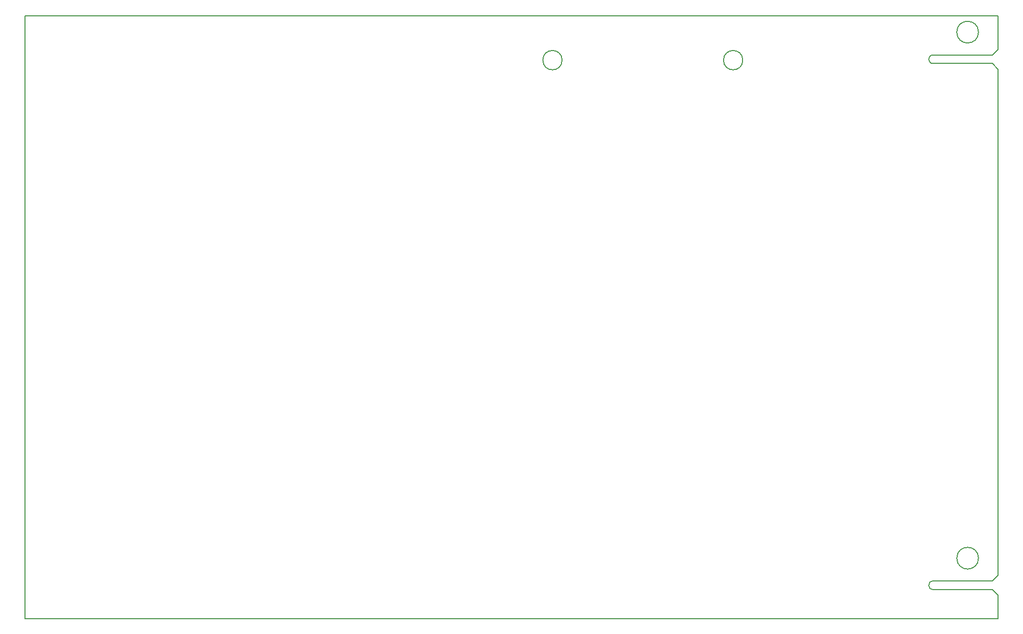
<source format=gbr>
G04 #@! TF.GenerationSoftware,KiCad,Pcbnew,5.1.9+dfsg1-1~bpo10+1*
G04 #@! TF.CreationDate,2023-03-18T13:25:21+01:00*
G04 #@! TF.ProjectId,nubus-to-ztex,6e756275-732d-4746-9f2d-7a7465782e6b,rev?*
G04 #@! TF.SameCoordinates,Original*
G04 #@! TF.FileFunction,Profile,NP*
%FSLAX46Y46*%
G04 Gerber Fmt 4.6, Leading zero omitted, Abs format (unit mm)*
G04 Created by KiCad (PCBNEW 5.1.9+dfsg1-1~bpo10+1) date 2023-03-18 13:25:21*
%MOMM*%
%LPD*%
G01*
G04 APERTURE LIST*
G04 #@! TA.AperFunction,Profile*
%ADD10C,0.150000*%
G04 #@! TD*
G04 #@! TA.AperFunction,Profile*
%ADD11C,0.200000*%
G04 #@! TD*
G04 APERTURE END LIST*
D10*
X262500000Y-13030000D02*
G75*
G02*
X262500000Y-11630000I0J700000D01*
G01*
X262500000Y-100280000D02*
G75*
G02*
X262500000Y-98880000I0J700000D01*
G01*
X270060000Y-7830000D02*
G75*
G03*
X270060000Y-7830000I-1800000J0D01*
G01*
X273330000Y-5100000D02*
X273330000Y-10680000D01*
X272380000Y-13030000D02*
X262500000Y-13030000D01*
X272380000Y-11630000D02*
X273330000Y-10680000D01*
X272380000Y-11630000D02*
X262500000Y-11630000D01*
X272380000Y-13030000D02*
X273330000Y-13980000D01*
X273330000Y-105080000D02*
X273330000Y-101230000D01*
X272380000Y-100280000D02*
X273330000Y-101230000D01*
X272380000Y-98880000D02*
X273330000Y-97930000D01*
X272380000Y-98880000D02*
X262500000Y-98880000D01*
X272380000Y-100280000D02*
X262500000Y-100280000D01*
D11*
X200930000Y-12480000D02*
G75*
G03*
X200930000Y-12480000I-1600000J0D01*
G01*
D10*
X273330000Y-97930000D02*
X273330000Y-13980000D01*
D11*
X230930000Y-12480000D02*
G75*
G03*
X230930000Y-12480000I-1600000J0D01*
G01*
X270060000Y-95080000D02*
G75*
G03*
X270060000Y-95080000I-1800000J0D01*
G01*
D10*
X111730000Y-5100000D02*
X111730000Y-105080000D01*
X111730000Y-5100000D02*
X273330000Y-5100000D01*
X111730000Y-105080000D02*
X273330000Y-105080000D01*
M02*

</source>
